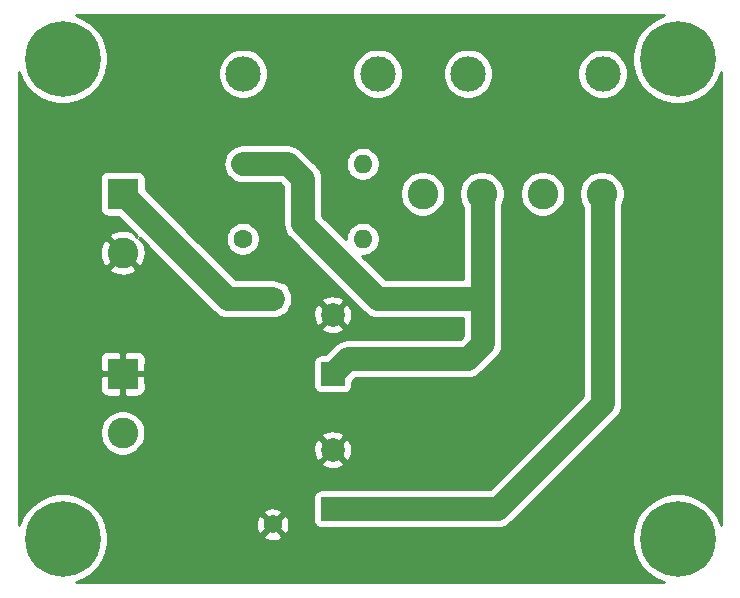
<source format=gbl>
G04 #@! TF.GenerationSoftware,KiCad,Pcbnew,(5.1.9-0-10_14)*
G04 #@! TF.CreationDate,2021-05-14T14:16:07+02:00*
G04 #@! TF.ProjectId,PreAmp_SMPS_Filter,50726541-6d70-45f5-934d-50535f46696c,1.0*
G04 #@! TF.SameCoordinates,Original*
G04 #@! TF.FileFunction,Copper,L2,Bot*
G04 #@! TF.FilePolarity,Positive*
%FSLAX46Y46*%
G04 Gerber Fmt 4.6, Leading zero omitted, Abs format (unit mm)*
G04 Created by KiCad (PCBNEW (5.1.9-0-10_14)) date 2021-05-14 14:16:07*
%MOMM*%
%LPD*%
G01*
G04 APERTURE LIST*
G04 #@! TA.AperFunction,ComponentPad*
%ADD10C,2.000000*%
G04 #@! TD*
G04 #@! TA.AperFunction,ComponentPad*
%ADD11R,2.000000X2.000000*%
G04 #@! TD*
G04 #@! TA.AperFunction,ComponentPad*
%ADD12C,6.400000*%
G04 #@! TD*
G04 #@! TA.AperFunction,ComponentPad*
%ADD13C,0.800000*%
G04 #@! TD*
G04 #@! TA.AperFunction,ComponentPad*
%ADD14C,2.600000*%
G04 #@! TD*
G04 #@! TA.AperFunction,ComponentPad*
%ADD15R,2.600000X2.600000*%
G04 #@! TD*
G04 #@! TA.AperFunction,ComponentPad*
%ADD16R,1.575000X1.575000*%
G04 #@! TD*
G04 #@! TA.AperFunction,ComponentPad*
%ADD17C,1.575000*%
G04 #@! TD*
G04 #@! TA.AperFunction,ComponentPad*
%ADD18C,3.000000*%
G04 #@! TD*
G04 #@! TA.AperFunction,ComponentPad*
%ADD19O,3.000000X3.000000*%
G04 #@! TD*
G04 #@! TA.AperFunction,ComponentPad*
%ADD20C,1.600000*%
G04 #@! TD*
G04 #@! TA.AperFunction,ComponentPad*
%ADD21O,1.600000X1.600000*%
G04 #@! TD*
G04 #@! TA.AperFunction,ViaPad*
%ADD22C,1.600000*%
G04 #@! TD*
G04 #@! TA.AperFunction,Conductor*
%ADD23C,2.000000*%
G04 #@! TD*
G04 #@! TA.AperFunction,Conductor*
%ADD24C,0.254000*%
G04 #@! TD*
G04 #@! TA.AperFunction,Conductor*
%ADD25C,0.150000*%
G04 #@! TD*
G04 APERTURE END LIST*
D10*
X81280000Y-71200000D03*
D11*
X81280000Y-76200000D03*
D10*
X81280000Y-59770000D03*
D11*
X81280000Y-64770000D03*
D12*
X110490000Y-38100000D03*
D13*
X112890000Y-38100000D03*
X112187056Y-39797056D03*
X110490000Y-40500000D03*
X108792944Y-39797056D03*
X108090000Y-38100000D03*
X108792944Y-36402944D03*
X110490000Y-35700000D03*
X112187056Y-36402944D03*
D12*
X58420000Y-38100000D03*
D13*
X60820000Y-38100000D03*
X60117056Y-39797056D03*
X58420000Y-40500000D03*
X56722944Y-39797056D03*
X56020000Y-38100000D03*
X56722944Y-36402944D03*
X58420000Y-35700000D03*
X60117056Y-36402944D03*
D12*
X58420000Y-78740000D03*
D13*
X60820000Y-78740000D03*
X60117056Y-80437056D03*
X58420000Y-81140000D03*
X56722944Y-80437056D03*
X56020000Y-78740000D03*
X56722944Y-77042944D03*
X58420000Y-76340000D03*
X60117056Y-77042944D03*
X112187056Y-77042944D03*
X110490000Y-76340000D03*
X108792944Y-77042944D03*
X108090000Y-78740000D03*
X108792944Y-80437056D03*
X110490000Y-81140000D03*
X112187056Y-80437056D03*
X112890000Y-78740000D03*
D12*
X110490000Y-78740000D03*
D14*
X104060000Y-49530000D03*
X99060000Y-49530000D03*
D15*
X63500000Y-49530000D03*
D14*
X63500000Y-54530000D03*
D16*
X76200000Y-58420000D03*
D17*
X76200000Y-77520000D03*
D14*
X63500000Y-69770000D03*
D15*
X63500000Y-64770000D03*
D14*
X88900000Y-49530000D03*
X93900000Y-49530000D03*
D18*
X85090000Y-39370000D03*
D19*
X73690000Y-39370000D03*
D20*
X73660000Y-46990000D03*
D21*
X83820000Y-46990000D03*
D19*
X92740000Y-39370000D03*
D18*
X104140000Y-39370000D03*
D21*
X83820000Y-53340000D03*
D20*
X73660000Y-53340000D03*
D22*
X104140000Y-67310000D03*
D23*
X85090000Y-58420000D02*
X93980000Y-58420000D01*
X78740000Y-48260000D02*
X78740000Y-52070000D01*
X78740000Y-52070000D02*
X85090000Y-58420000D01*
X77470000Y-46990000D02*
X78740000Y-48260000D01*
X73660000Y-46990000D02*
X77470000Y-46990000D01*
X93980000Y-49690000D02*
X93980000Y-62230000D01*
X93900000Y-49610000D02*
X93980000Y-49690000D01*
X93980000Y-62230000D02*
X92710000Y-63500000D01*
X93900000Y-49530000D02*
X93900000Y-49610000D01*
X82550000Y-63500000D02*
X81280000Y-64770000D01*
X92710000Y-63500000D02*
X82550000Y-63500000D01*
X95250000Y-76200000D02*
X81280000Y-76200000D01*
X104140000Y-67310000D02*
X95250000Y-76200000D01*
X104140000Y-49610000D02*
X104140000Y-67310000D01*
X104060000Y-49530000D02*
X104140000Y-49610000D01*
X63500000Y-49530000D02*
X72390000Y-58420000D01*
X72390000Y-58420000D02*
X76200000Y-58420000D01*
D24*
X108673446Y-34701467D02*
X108045330Y-35121161D01*
X107511161Y-35655330D01*
X107091467Y-36283446D01*
X106802377Y-36981372D01*
X106655000Y-37722285D01*
X106655000Y-38477715D01*
X106802377Y-39218628D01*
X107091467Y-39916554D01*
X107511161Y-40544670D01*
X108045330Y-41078839D01*
X108673446Y-41498533D01*
X109371372Y-41787623D01*
X110112285Y-41935000D01*
X110867715Y-41935000D01*
X111608628Y-41787623D01*
X112306554Y-41498533D01*
X112934670Y-41078839D01*
X113468839Y-40544670D01*
X113888533Y-39916554D01*
X114173000Y-39229789D01*
X114173000Y-77610211D01*
X113888533Y-76923446D01*
X113468839Y-76295330D01*
X112934670Y-75761161D01*
X112306554Y-75341467D01*
X111608628Y-75052377D01*
X110867715Y-74905000D01*
X110112285Y-74905000D01*
X109371372Y-75052377D01*
X108673446Y-75341467D01*
X108045330Y-75761161D01*
X107511161Y-76295330D01*
X107091467Y-76923446D01*
X106802377Y-77621372D01*
X106655000Y-78362285D01*
X106655000Y-79117715D01*
X106802377Y-79858628D01*
X107091467Y-80556554D01*
X107511161Y-81184670D01*
X108045330Y-81718839D01*
X108673446Y-82138533D01*
X109360211Y-82423000D01*
X59549789Y-82423000D01*
X60236554Y-82138533D01*
X60864670Y-81718839D01*
X61398839Y-81184670D01*
X61818533Y-80556554D01*
X62107623Y-79858628D01*
X62255000Y-79117715D01*
X62255000Y-78503776D01*
X75395829Y-78503776D01*
X75465898Y-78746470D01*
X75719276Y-78866121D01*
X75991128Y-78934040D01*
X76271008Y-78947619D01*
X76548157Y-78906334D01*
X76811928Y-78811774D01*
X76934102Y-78746470D01*
X77004171Y-78503776D01*
X76200000Y-77699605D01*
X75395829Y-78503776D01*
X62255000Y-78503776D01*
X62255000Y-78362285D01*
X62107623Y-77621372D01*
X62095046Y-77591008D01*
X74772381Y-77591008D01*
X74813666Y-77868157D01*
X74908226Y-78131928D01*
X74973530Y-78254102D01*
X75216224Y-78324171D01*
X76020395Y-77520000D01*
X76379605Y-77520000D01*
X77183776Y-78324171D01*
X77426470Y-78254102D01*
X77546121Y-78000724D01*
X77614040Y-77728872D01*
X77627619Y-77448992D01*
X77586334Y-77171843D01*
X77491774Y-76908072D01*
X77426470Y-76785898D01*
X77183776Y-76715829D01*
X76379605Y-77520000D01*
X76020395Y-77520000D01*
X75216224Y-76715829D01*
X74973530Y-76785898D01*
X74853879Y-77039276D01*
X74785960Y-77311128D01*
X74772381Y-77591008D01*
X62095046Y-77591008D01*
X61818533Y-76923446D01*
X61559800Y-76536224D01*
X75395829Y-76536224D01*
X76200000Y-77340395D01*
X77004171Y-76536224D01*
X76934102Y-76293530D01*
X76736039Y-76200000D01*
X79637089Y-76200000D01*
X79641928Y-76249131D01*
X79641928Y-77200000D01*
X79654188Y-77324482D01*
X79690498Y-77444180D01*
X79749463Y-77554494D01*
X79828815Y-77651185D01*
X79925506Y-77730537D01*
X80035820Y-77789502D01*
X80155518Y-77825812D01*
X80280000Y-77838072D01*
X82280000Y-77838072D01*
X82311192Y-77835000D01*
X95169681Y-77835000D01*
X95250000Y-77842911D01*
X95330319Y-77835000D01*
X95330322Y-77835000D01*
X95570516Y-77811343D01*
X95878715Y-77717852D01*
X96162752Y-77566031D01*
X96411714Y-77361714D01*
X96462925Y-77299313D01*
X105239324Y-68522916D01*
X105301714Y-68471714D01*
X105506031Y-68222752D01*
X105657852Y-67938715D01*
X105689314Y-67835000D01*
X105751343Y-67630517D01*
X105782911Y-67310000D01*
X105775000Y-67229678D01*
X105775000Y-50446023D01*
X105920639Y-50094419D01*
X105995000Y-49720581D01*
X105995000Y-49339419D01*
X105920639Y-48965581D01*
X105774775Y-48613434D01*
X105563013Y-48296509D01*
X105293491Y-48026987D01*
X104976566Y-47815225D01*
X104624419Y-47669361D01*
X104250581Y-47595000D01*
X103869419Y-47595000D01*
X103495581Y-47669361D01*
X103143434Y-47815225D01*
X102826509Y-48026987D01*
X102556987Y-48296509D01*
X102345225Y-48613434D01*
X102199361Y-48965581D01*
X102125000Y-49339419D01*
X102125000Y-49720581D01*
X102199361Y-50094419D01*
X102345225Y-50446566D01*
X102505000Y-50685687D01*
X102505001Y-66632759D01*
X94572762Y-74565000D01*
X82311192Y-74565000D01*
X82280000Y-74561928D01*
X80280000Y-74561928D01*
X80155518Y-74574188D01*
X80035820Y-74610498D01*
X79925506Y-74669463D01*
X79828815Y-74748815D01*
X79749463Y-74845506D01*
X79690498Y-74955820D01*
X79654188Y-75075518D01*
X79641928Y-75200000D01*
X79641928Y-76150869D01*
X79637089Y-76200000D01*
X76736039Y-76200000D01*
X76680724Y-76173879D01*
X76408872Y-76105960D01*
X76128992Y-76092381D01*
X75851843Y-76133666D01*
X75588072Y-76228226D01*
X75465898Y-76293530D01*
X75395829Y-76536224D01*
X61559800Y-76536224D01*
X61398839Y-76295330D01*
X60864670Y-75761161D01*
X60236554Y-75341467D01*
X59538628Y-75052377D01*
X58797715Y-74905000D01*
X58042285Y-74905000D01*
X57301372Y-75052377D01*
X56603446Y-75341467D01*
X55975330Y-75761161D01*
X55441161Y-76295330D01*
X55021467Y-76923446D01*
X54737000Y-77610211D01*
X54737000Y-72335413D01*
X80324192Y-72335413D01*
X80419956Y-72599814D01*
X80709571Y-72740704D01*
X81021108Y-72822384D01*
X81342595Y-72841718D01*
X81661675Y-72797961D01*
X81966088Y-72692795D01*
X82140044Y-72599814D01*
X82235808Y-72335413D01*
X81280000Y-71379605D01*
X80324192Y-72335413D01*
X54737000Y-72335413D01*
X54737000Y-69579419D01*
X61565000Y-69579419D01*
X61565000Y-69960581D01*
X61639361Y-70334419D01*
X61785225Y-70686566D01*
X61996987Y-71003491D01*
X62266509Y-71273013D01*
X62583434Y-71484775D01*
X62935581Y-71630639D01*
X63309419Y-71705000D01*
X63690581Y-71705000D01*
X64064419Y-71630639D01*
X64416566Y-71484775D01*
X64733491Y-71273013D01*
X64743909Y-71262595D01*
X79638282Y-71262595D01*
X79682039Y-71581675D01*
X79787205Y-71886088D01*
X79880186Y-72060044D01*
X80144587Y-72155808D01*
X81100395Y-71200000D01*
X81459605Y-71200000D01*
X82415413Y-72155808D01*
X82679814Y-72060044D01*
X82820704Y-71770429D01*
X82902384Y-71458892D01*
X82921718Y-71137405D01*
X82877961Y-70818325D01*
X82772795Y-70513912D01*
X82679814Y-70339956D01*
X82415413Y-70244192D01*
X81459605Y-71200000D01*
X81100395Y-71200000D01*
X80144587Y-70244192D01*
X79880186Y-70339956D01*
X79739296Y-70629571D01*
X79657616Y-70941108D01*
X79638282Y-71262595D01*
X64743909Y-71262595D01*
X65003013Y-71003491D01*
X65214775Y-70686566D01*
X65360639Y-70334419D01*
X65414311Y-70064587D01*
X80324192Y-70064587D01*
X81280000Y-71020395D01*
X82235808Y-70064587D01*
X82140044Y-69800186D01*
X81850429Y-69659296D01*
X81538892Y-69577616D01*
X81217405Y-69558282D01*
X80898325Y-69602039D01*
X80593912Y-69707205D01*
X80419956Y-69800186D01*
X80324192Y-70064587D01*
X65414311Y-70064587D01*
X65435000Y-69960581D01*
X65435000Y-69579419D01*
X65360639Y-69205581D01*
X65214775Y-68853434D01*
X65003013Y-68536509D01*
X64733491Y-68266987D01*
X64416566Y-68055225D01*
X64064419Y-67909361D01*
X63690581Y-67835000D01*
X63309419Y-67835000D01*
X62935581Y-67909361D01*
X62583434Y-68055225D01*
X62266509Y-68266987D01*
X61996987Y-68536509D01*
X61785225Y-68853434D01*
X61639361Y-69205581D01*
X61565000Y-69579419D01*
X54737000Y-69579419D01*
X54737000Y-66070000D01*
X61561928Y-66070000D01*
X61574188Y-66194482D01*
X61610498Y-66314180D01*
X61669463Y-66424494D01*
X61748815Y-66521185D01*
X61845506Y-66600537D01*
X61955820Y-66659502D01*
X62075518Y-66695812D01*
X62200000Y-66708072D01*
X63214250Y-66705000D01*
X63373000Y-66546250D01*
X63373000Y-64897000D01*
X63627000Y-64897000D01*
X63627000Y-66546250D01*
X63785750Y-66705000D01*
X64800000Y-66708072D01*
X64924482Y-66695812D01*
X65044180Y-66659502D01*
X65154494Y-66600537D01*
X65251185Y-66521185D01*
X65330537Y-66424494D01*
X65389502Y-66314180D01*
X65425812Y-66194482D01*
X65438072Y-66070000D01*
X65435000Y-65055750D01*
X65276250Y-64897000D01*
X63627000Y-64897000D01*
X63373000Y-64897000D01*
X61723750Y-64897000D01*
X61565000Y-65055750D01*
X61561928Y-66070000D01*
X54737000Y-66070000D01*
X54737000Y-63470000D01*
X61561928Y-63470000D01*
X61565000Y-64484250D01*
X61723750Y-64643000D01*
X63373000Y-64643000D01*
X63373000Y-62993750D01*
X63627000Y-62993750D01*
X63627000Y-64643000D01*
X65276250Y-64643000D01*
X65435000Y-64484250D01*
X65438072Y-63470000D01*
X65425812Y-63345518D01*
X65389502Y-63225820D01*
X65330537Y-63115506D01*
X65251185Y-63018815D01*
X65154494Y-62939463D01*
X65044180Y-62880498D01*
X64924482Y-62844188D01*
X64800000Y-62831928D01*
X63785750Y-62835000D01*
X63627000Y-62993750D01*
X63373000Y-62993750D01*
X63214250Y-62835000D01*
X62200000Y-62831928D01*
X62075518Y-62844188D01*
X61955820Y-62880498D01*
X61845506Y-62939463D01*
X61748815Y-63018815D01*
X61669463Y-63115506D01*
X61610498Y-63225820D01*
X61574188Y-63345518D01*
X61561928Y-63470000D01*
X54737000Y-63470000D01*
X54737000Y-60905413D01*
X80324192Y-60905413D01*
X80419956Y-61169814D01*
X80709571Y-61310704D01*
X81021108Y-61392384D01*
X81342595Y-61411718D01*
X81661675Y-61367961D01*
X81966088Y-61262795D01*
X82140044Y-61169814D01*
X82235808Y-60905413D01*
X81280000Y-59949605D01*
X80324192Y-60905413D01*
X54737000Y-60905413D01*
X54737000Y-55879224D01*
X62330381Y-55879224D01*
X62462317Y-56174312D01*
X62803045Y-56345159D01*
X63170557Y-56446250D01*
X63550729Y-56473701D01*
X63928951Y-56426457D01*
X64290690Y-56306333D01*
X64537683Y-56174312D01*
X64669619Y-55879224D01*
X63500000Y-54709605D01*
X62330381Y-55879224D01*
X54737000Y-55879224D01*
X54737000Y-54580729D01*
X61556299Y-54580729D01*
X61603543Y-54958951D01*
X61723667Y-55320690D01*
X61855688Y-55567683D01*
X62150776Y-55699619D01*
X63320395Y-54530000D01*
X62150776Y-53360381D01*
X61855688Y-53492317D01*
X61684841Y-53833045D01*
X61583750Y-54200557D01*
X61556299Y-54580729D01*
X54737000Y-54580729D01*
X54737000Y-48230000D01*
X61561928Y-48230000D01*
X61561928Y-50830000D01*
X61574188Y-50954482D01*
X61610498Y-51074180D01*
X61669463Y-51184494D01*
X61748815Y-51281185D01*
X61845506Y-51360537D01*
X61955820Y-51419502D01*
X62075518Y-51455812D01*
X62200000Y-51468072D01*
X63125834Y-51468072D01*
X64754077Y-53096315D01*
X64669618Y-53180774D01*
X64537683Y-52885688D01*
X64196955Y-52714841D01*
X63829443Y-52613750D01*
X63449271Y-52586299D01*
X63071049Y-52633543D01*
X62709310Y-52753667D01*
X62462317Y-52885688D01*
X62330381Y-53180776D01*
X63500000Y-54350395D01*
X63514143Y-54336253D01*
X63693748Y-54515858D01*
X63679605Y-54530000D01*
X64849224Y-55699619D01*
X65144312Y-55567683D01*
X65315159Y-55226955D01*
X65416250Y-54859443D01*
X65443701Y-54479271D01*
X65396457Y-54101049D01*
X65276333Y-53739310D01*
X65144312Y-53492317D01*
X64849226Y-53360382D01*
X64933685Y-53275923D01*
X71177084Y-59519324D01*
X71228286Y-59581714D01*
X71477248Y-59786031D01*
X71761283Y-59937851D01*
X71761285Y-59937852D01*
X72069483Y-60031343D01*
X72390000Y-60062911D01*
X72470322Y-60055000D01*
X76280322Y-60055000D01*
X76520516Y-60031343D01*
X76828715Y-59937852D01*
X77004489Y-59843899D01*
X77111982Y-59833312D01*
X77114345Y-59832595D01*
X79638282Y-59832595D01*
X79682039Y-60151675D01*
X79787205Y-60456088D01*
X79880186Y-60630044D01*
X80144587Y-60725808D01*
X81100395Y-59770000D01*
X81459605Y-59770000D01*
X82415413Y-60725808D01*
X82679814Y-60630044D01*
X82820704Y-60340429D01*
X82902384Y-60028892D01*
X82921718Y-59707405D01*
X82877961Y-59388325D01*
X82772795Y-59083912D01*
X82679814Y-58909956D01*
X82415413Y-58814192D01*
X81459605Y-59770000D01*
X81100395Y-59770000D01*
X80144587Y-58814192D01*
X79880186Y-58909956D01*
X79739296Y-59199571D01*
X79657616Y-59511108D01*
X79638282Y-59832595D01*
X77114345Y-59832595D01*
X77231680Y-59797002D01*
X77341994Y-59738037D01*
X77438685Y-59658685D01*
X77518037Y-59561994D01*
X77577002Y-59451680D01*
X77613312Y-59331982D01*
X77623899Y-59224489D01*
X77717852Y-59048715D01*
X77811343Y-58740516D01*
X77821776Y-58634587D01*
X80324192Y-58634587D01*
X81280000Y-59590395D01*
X82235808Y-58634587D01*
X82140044Y-58370186D01*
X81850429Y-58229296D01*
X81538892Y-58147616D01*
X81217405Y-58128282D01*
X80898325Y-58172039D01*
X80593912Y-58277205D01*
X80419956Y-58370186D01*
X80324192Y-58634587D01*
X77821776Y-58634587D01*
X77842911Y-58420000D01*
X77811343Y-58099484D01*
X77717852Y-57791285D01*
X77623899Y-57615511D01*
X77613312Y-57508018D01*
X77577002Y-57388320D01*
X77518037Y-57278006D01*
X77438685Y-57181315D01*
X77341994Y-57101963D01*
X77231680Y-57042998D01*
X77111982Y-57006688D01*
X77004489Y-56996101D01*
X76828715Y-56902148D01*
X76520516Y-56808657D01*
X76280322Y-56785000D01*
X73067240Y-56785000D01*
X69480905Y-53198665D01*
X72225000Y-53198665D01*
X72225000Y-53481335D01*
X72280147Y-53758574D01*
X72388320Y-54019727D01*
X72545363Y-54254759D01*
X72745241Y-54454637D01*
X72980273Y-54611680D01*
X73241426Y-54719853D01*
X73518665Y-54775000D01*
X73801335Y-54775000D01*
X74078574Y-54719853D01*
X74339727Y-54611680D01*
X74574759Y-54454637D01*
X74774637Y-54254759D01*
X74931680Y-54019727D01*
X75039853Y-53758574D01*
X75095000Y-53481335D01*
X75095000Y-53198665D01*
X75039853Y-52921426D01*
X74931680Y-52660273D01*
X74774637Y-52425241D01*
X74574759Y-52225363D01*
X74339727Y-52068320D01*
X74078574Y-51960147D01*
X73801335Y-51905000D01*
X73518665Y-51905000D01*
X73241426Y-51960147D01*
X72980273Y-52068320D01*
X72745241Y-52225363D01*
X72545363Y-52425241D01*
X72388320Y-52660273D01*
X72280147Y-52921426D01*
X72225000Y-53198665D01*
X69480905Y-53198665D01*
X65438072Y-49155834D01*
X65438072Y-48230000D01*
X65425812Y-48105518D01*
X65389502Y-47985820D01*
X65330537Y-47875506D01*
X65251185Y-47778815D01*
X65154494Y-47699463D01*
X65044180Y-47640498D01*
X64924482Y-47604188D01*
X64800000Y-47591928D01*
X62200000Y-47591928D01*
X62075518Y-47604188D01*
X61955820Y-47640498D01*
X61845506Y-47699463D01*
X61748815Y-47778815D01*
X61669463Y-47875506D01*
X61610498Y-47985820D01*
X61574188Y-48105518D01*
X61561928Y-48230000D01*
X54737000Y-48230000D01*
X54737000Y-46990000D01*
X72017089Y-46990000D01*
X72048657Y-47310516D01*
X72142148Y-47618715D01*
X72293969Y-47902752D01*
X72498286Y-48151714D01*
X72747248Y-48356031D01*
X73031285Y-48507852D01*
X73339484Y-48601343D01*
X73579678Y-48625000D01*
X76792762Y-48625000D01*
X77105000Y-48937239D01*
X77105001Y-51989671D01*
X77097089Y-52070000D01*
X77128658Y-52390516D01*
X77222148Y-52698714D01*
X77373970Y-52982752D01*
X77578287Y-53231714D01*
X77640682Y-53282920D01*
X83877080Y-59519319D01*
X83928286Y-59581714D01*
X84177248Y-59786031D01*
X84461285Y-59937852D01*
X84769484Y-60031343D01*
X85009678Y-60055000D01*
X85009680Y-60055000D01*
X85089999Y-60062911D01*
X85170319Y-60055000D01*
X92345001Y-60055000D01*
X92345001Y-61552760D01*
X92032762Y-61865000D01*
X82630319Y-61865000D01*
X82549999Y-61857089D01*
X82469680Y-61865000D01*
X82469678Y-61865000D01*
X82229484Y-61888657D01*
X81921285Y-61982148D01*
X81637248Y-62133969D01*
X81388286Y-62338286D01*
X81337079Y-62400682D01*
X80605834Y-63131928D01*
X80280000Y-63131928D01*
X80155518Y-63144188D01*
X80035820Y-63180498D01*
X79925506Y-63239463D01*
X79828815Y-63318815D01*
X79749463Y-63415506D01*
X79690498Y-63525820D01*
X79654188Y-63645518D01*
X79641928Y-63770000D01*
X79641928Y-64720870D01*
X79637089Y-64770000D01*
X79641928Y-64819130D01*
X79641928Y-65770000D01*
X79654188Y-65894482D01*
X79690498Y-66014180D01*
X79749463Y-66124494D01*
X79828815Y-66221185D01*
X79925506Y-66300537D01*
X80035820Y-66359502D01*
X80155518Y-66395812D01*
X80280000Y-66408072D01*
X81230870Y-66408072D01*
X81280000Y-66412911D01*
X81329130Y-66408072D01*
X82280000Y-66408072D01*
X82404482Y-66395812D01*
X82524180Y-66359502D01*
X82634494Y-66300537D01*
X82731185Y-66221185D01*
X82810537Y-66124494D01*
X82869502Y-66014180D01*
X82905812Y-65894482D01*
X82918072Y-65770000D01*
X82918072Y-65444166D01*
X83227239Y-65135000D01*
X92629681Y-65135000D01*
X92710000Y-65142911D01*
X92790319Y-65135000D01*
X92790322Y-65135000D01*
X93030516Y-65111343D01*
X93338715Y-65017852D01*
X93622752Y-64866031D01*
X93871714Y-64661714D01*
X93922924Y-64599314D01*
X95079318Y-63442921D01*
X95141714Y-63391714D01*
X95346031Y-63142752D01*
X95497852Y-62858715D01*
X95591343Y-62550516D01*
X95615000Y-62310322D01*
X95615000Y-62310320D01*
X95622911Y-62230001D01*
X95615000Y-62149681D01*
X95615000Y-58500322D01*
X95622911Y-58420000D01*
X95615000Y-58339678D01*
X95615000Y-50446023D01*
X95760639Y-50094419D01*
X95835000Y-49720581D01*
X95835000Y-49339419D01*
X97125000Y-49339419D01*
X97125000Y-49720581D01*
X97199361Y-50094419D01*
X97345225Y-50446566D01*
X97556987Y-50763491D01*
X97826509Y-51033013D01*
X98143434Y-51244775D01*
X98495581Y-51390639D01*
X98869419Y-51465000D01*
X99250581Y-51465000D01*
X99624419Y-51390639D01*
X99976566Y-51244775D01*
X100293491Y-51033013D01*
X100563013Y-50763491D01*
X100774775Y-50446566D01*
X100920639Y-50094419D01*
X100995000Y-49720581D01*
X100995000Y-49339419D01*
X100920639Y-48965581D01*
X100774775Y-48613434D01*
X100563013Y-48296509D01*
X100293491Y-48026987D01*
X99976566Y-47815225D01*
X99624419Y-47669361D01*
X99250581Y-47595000D01*
X98869419Y-47595000D01*
X98495581Y-47669361D01*
X98143434Y-47815225D01*
X97826509Y-48026987D01*
X97556987Y-48296509D01*
X97345225Y-48613434D01*
X97199361Y-48965581D01*
X97125000Y-49339419D01*
X95835000Y-49339419D01*
X95760639Y-48965581D01*
X95614775Y-48613434D01*
X95403013Y-48296509D01*
X95133491Y-48026987D01*
X94816566Y-47815225D01*
X94464419Y-47669361D01*
X94090581Y-47595000D01*
X93709419Y-47595000D01*
X93335581Y-47669361D01*
X92983434Y-47815225D01*
X92666509Y-48026987D01*
X92396987Y-48296509D01*
X92185225Y-48613434D01*
X92039361Y-48965581D01*
X91965000Y-49339419D01*
X91965000Y-49720581D01*
X92039361Y-50094419D01*
X92185225Y-50446566D01*
X92345000Y-50685687D01*
X92345001Y-56785000D01*
X85767239Y-56785000D01*
X83757239Y-54775000D01*
X83961335Y-54775000D01*
X84238574Y-54719853D01*
X84499727Y-54611680D01*
X84734759Y-54454637D01*
X84934637Y-54254759D01*
X85091680Y-54019727D01*
X85199853Y-53758574D01*
X85255000Y-53481335D01*
X85255000Y-53198665D01*
X85199853Y-52921426D01*
X85091680Y-52660273D01*
X84934637Y-52425241D01*
X84734759Y-52225363D01*
X84499727Y-52068320D01*
X84238574Y-51960147D01*
X83961335Y-51905000D01*
X83678665Y-51905000D01*
X83401426Y-51960147D01*
X83140273Y-52068320D01*
X82905241Y-52225363D01*
X82705363Y-52425241D01*
X82548320Y-52660273D01*
X82440147Y-52921426D01*
X82385000Y-53198665D01*
X82385000Y-53402762D01*
X80375000Y-51392762D01*
X80375000Y-49339419D01*
X86965000Y-49339419D01*
X86965000Y-49720581D01*
X87039361Y-50094419D01*
X87185225Y-50446566D01*
X87396987Y-50763491D01*
X87666509Y-51033013D01*
X87983434Y-51244775D01*
X88335581Y-51390639D01*
X88709419Y-51465000D01*
X89090581Y-51465000D01*
X89464419Y-51390639D01*
X89816566Y-51244775D01*
X90133491Y-51033013D01*
X90403013Y-50763491D01*
X90614775Y-50446566D01*
X90760639Y-50094419D01*
X90835000Y-49720581D01*
X90835000Y-49339419D01*
X90760639Y-48965581D01*
X90614775Y-48613434D01*
X90403013Y-48296509D01*
X90133491Y-48026987D01*
X89816566Y-47815225D01*
X89464419Y-47669361D01*
X89090581Y-47595000D01*
X88709419Y-47595000D01*
X88335581Y-47669361D01*
X87983434Y-47815225D01*
X87666509Y-48026987D01*
X87396987Y-48296509D01*
X87185225Y-48613434D01*
X87039361Y-48965581D01*
X86965000Y-49339419D01*
X80375000Y-49339419D01*
X80375000Y-48340319D01*
X80382911Y-48259999D01*
X80366379Y-48092148D01*
X80351343Y-47939484D01*
X80257852Y-47631285D01*
X80106031Y-47347248D01*
X79901714Y-47098286D01*
X79839319Y-47047081D01*
X79640903Y-46848665D01*
X82385000Y-46848665D01*
X82385000Y-47131335D01*
X82440147Y-47408574D01*
X82548320Y-47669727D01*
X82705363Y-47904759D01*
X82905241Y-48104637D01*
X83140273Y-48261680D01*
X83401426Y-48369853D01*
X83678665Y-48425000D01*
X83961335Y-48425000D01*
X84238574Y-48369853D01*
X84499727Y-48261680D01*
X84734759Y-48104637D01*
X84934637Y-47904759D01*
X85091680Y-47669727D01*
X85199853Y-47408574D01*
X85255000Y-47131335D01*
X85255000Y-46848665D01*
X85199853Y-46571426D01*
X85091680Y-46310273D01*
X84934637Y-46075241D01*
X84734759Y-45875363D01*
X84499727Y-45718320D01*
X84238574Y-45610147D01*
X83961335Y-45555000D01*
X83678665Y-45555000D01*
X83401426Y-45610147D01*
X83140273Y-45718320D01*
X82905241Y-45875363D01*
X82705363Y-46075241D01*
X82548320Y-46310273D01*
X82440147Y-46571426D01*
X82385000Y-46848665D01*
X79640903Y-46848665D01*
X78682924Y-45890686D01*
X78631714Y-45828286D01*
X78382752Y-45623969D01*
X78098715Y-45472148D01*
X77790516Y-45378657D01*
X77550322Y-45355000D01*
X77550319Y-45355000D01*
X77470000Y-45347089D01*
X77389681Y-45355000D01*
X73579678Y-45355000D01*
X73339484Y-45378657D01*
X73031285Y-45472148D01*
X72747248Y-45623969D01*
X72498286Y-45828286D01*
X72293969Y-46077248D01*
X72142148Y-46361285D01*
X72048657Y-46669484D01*
X72017089Y-46990000D01*
X54737000Y-46990000D01*
X54737000Y-39229789D01*
X55021467Y-39916554D01*
X55441161Y-40544670D01*
X55975330Y-41078839D01*
X56603446Y-41498533D01*
X57301372Y-41787623D01*
X58042285Y-41935000D01*
X58797715Y-41935000D01*
X59538628Y-41787623D01*
X60236554Y-41498533D01*
X60864670Y-41078839D01*
X61398839Y-40544670D01*
X61818533Y-39916554D01*
X62107623Y-39218628D01*
X62119340Y-39159721D01*
X71555000Y-39159721D01*
X71555000Y-39580279D01*
X71637047Y-39992756D01*
X71797988Y-40381302D01*
X72031637Y-40730983D01*
X72329017Y-41028363D01*
X72678698Y-41262012D01*
X73067244Y-41422953D01*
X73479721Y-41505000D01*
X73900279Y-41505000D01*
X74312756Y-41422953D01*
X74701302Y-41262012D01*
X75050983Y-41028363D01*
X75348363Y-40730983D01*
X75582012Y-40381302D01*
X75742953Y-39992756D01*
X75825000Y-39580279D01*
X75825000Y-39159721D01*
X82955000Y-39159721D01*
X82955000Y-39580279D01*
X83037047Y-39992756D01*
X83197988Y-40381302D01*
X83431637Y-40730983D01*
X83729017Y-41028363D01*
X84078698Y-41262012D01*
X84467244Y-41422953D01*
X84879721Y-41505000D01*
X85300279Y-41505000D01*
X85712756Y-41422953D01*
X86101302Y-41262012D01*
X86450983Y-41028363D01*
X86748363Y-40730983D01*
X86982012Y-40381302D01*
X87142953Y-39992756D01*
X87225000Y-39580279D01*
X87225000Y-39159721D01*
X90605000Y-39159721D01*
X90605000Y-39580279D01*
X90687047Y-39992756D01*
X90847988Y-40381302D01*
X91081637Y-40730983D01*
X91379017Y-41028363D01*
X91728698Y-41262012D01*
X92117244Y-41422953D01*
X92529721Y-41505000D01*
X92950279Y-41505000D01*
X93362756Y-41422953D01*
X93751302Y-41262012D01*
X94100983Y-41028363D01*
X94398363Y-40730983D01*
X94632012Y-40381302D01*
X94792953Y-39992756D01*
X94875000Y-39580279D01*
X94875000Y-39159721D01*
X102005000Y-39159721D01*
X102005000Y-39580279D01*
X102087047Y-39992756D01*
X102247988Y-40381302D01*
X102481637Y-40730983D01*
X102779017Y-41028363D01*
X103128698Y-41262012D01*
X103517244Y-41422953D01*
X103929721Y-41505000D01*
X104350279Y-41505000D01*
X104762756Y-41422953D01*
X105151302Y-41262012D01*
X105500983Y-41028363D01*
X105798363Y-40730983D01*
X106032012Y-40381302D01*
X106192953Y-39992756D01*
X106275000Y-39580279D01*
X106275000Y-39159721D01*
X106192953Y-38747244D01*
X106032012Y-38358698D01*
X105798363Y-38009017D01*
X105500983Y-37711637D01*
X105151302Y-37477988D01*
X104762756Y-37317047D01*
X104350279Y-37235000D01*
X103929721Y-37235000D01*
X103517244Y-37317047D01*
X103128698Y-37477988D01*
X102779017Y-37711637D01*
X102481637Y-38009017D01*
X102247988Y-38358698D01*
X102087047Y-38747244D01*
X102005000Y-39159721D01*
X94875000Y-39159721D01*
X94792953Y-38747244D01*
X94632012Y-38358698D01*
X94398363Y-38009017D01*
X94100983Y-37711637D01*
X93751302Y-37477988D01*
X93362756Y-37317047D01*
X92950279Y-37235000D01*
X92529721Y-37235000D01*
X92117244Y-37317047D01*
X91728698Y-37477988D01*
X91379017Y-37711637D01*
X91081637Y-38009017D01*
X90847988Y-38358698D01*
X90687047Y-38747244D01*
X90605000Y-39159721D01*
X87225000Y-39159721D01*
X87142953Y-38747244D01*
X86982012Y-38358698D01*
X86748363Y-38009017D01*
X86450983Y-37711637D01*
X86101302Y-37477988D01*
X85712756Y-37317047D01*
X85300279Y-37235000D01*
X84879721Y-37235000D01*
X84467244Y-37317047D01*
X84078698Y-37477988D01*
X83729017Y-37711637D01*
X83431637Y-38009017D01*
X83197988Y-38358698D01*
X83037047Y-38747244D01*
X82955000Y-39159721D01*
X75825000Y-39159721D01*
X75742953Y-38747244D01*
X75582012Y-38358698D01*
X75348363Y-38009017D01*
X75050983Y-37711637D01*
X74701302Y-37477988D01*
X74312756Y-37317047D01*
X73900279Y-37235000D01*
X73479721Y-37235000D01*
X73067244Y-37317047D01*
X72678698Y-37477988D01*
X72329017Y-37711637D01*
X72031637Y-38009017D01*
X71797988Y-38358698D01*
X71637047Y-38747244D01*
X71555000Y-39159721D01*
X62119340Y-39159721D01*
X62255000Y-38477715D01*
X62255000Y-37722285D01*
X62107623Y-36981372D01*
X61818533Y-36283446D01*
X61398839Y-35655330D01*
X60864670Y-35121161D01*
X60236554Y-34701467D01*
X59549789Y-34417000D01*
X109360211Y-34417000D01*
X108673446Y-34701467D01*
G04 #@! TA.AperFunction,Conductor*
D25*
G36*
X108673446Y-34701467D02*
G01*
X108045330Y-35121161D01*
X107511161Y-35655330D01*
X107091467Y-36283446D01*
X106802377Y-36981372D01*
X106655000Y-37722285D01*
X106655000Y-38477715D01*
X106802377Y-39218628D01*
X107091467Y-39916554D01*
X107511161Y-40544670D01*
X108045330Y-41078839D01*
X108673446Y-41498533D01*
X109371372Y-41787623D01*
X110112285Y-41935000D01*
X110867715Y-41935000D01*
X111608628Y-41787623D01*
X112306554Y-41498533D01*
X112934670Y-41078839D01*
X113468839Y-40544670D01*
X113888533Y-39916554D01*
X114173000Y-39229789D01*
X114173000Y-77610211D01*
X113888533Y-76923446D01*
X113468839Y-76295330D01*
X112934670Y-75761161D01*
X112306554Y-75341467D01*
X111608628Y-75052377D01*
X110867715Y-74905000D01*
X110112285Y-74905000D01*
X109371372Y-75052377D01*
X108673446Y-75341467D01*
X108045330Y-75761161D01*
X107511161Y-76295330D01*
X107091467Y-76923446D01*
X106802377Y-77621372D01*
X106655000Y-78362285D01*
X106655000Y-79117715D01*
X106802377Y-79858628D01*
X107091467Y-80556554D01*
X107511161Y-81184670D01*
X108045330Y-81718839D01*
X108673446Y-82138533D01*
X109360211Y-82423000D01*
X59549789Y-82423000D01*
X60236554Y-82138533D01*
X60864670Y-81718839D01*
X61398839Y-81184670D01*
X61818533Y-80556554D01*
X62107623Y-79858628D01*
X62255000Y-79117715D01*
X62255000Y-78503776D01*
X75395829Y-78503776D01*
X75465898Y-78746470D01*
X75719276Y-78866121D01*
X75991128Y-78934040D01*
X76271008Y-78947619D01*
X76548157Y-78906334D01*
X76811928Y-78811774D01*
X76934102Y-78746470D01*
X77004171Y-78503776D01*
X76200000Y-77699605D01*
X75395829Y-78503776D01*
X62255000Y-78503776D01*
X62255000Y-78362285D01*
X62107623Y-77621372D01*
X62095046Y-77591008D01*
X74772381Y-77591008D01*
X74813666Y-77868157D01*
X74908226Y-78131928D01*
X74973530Y-78254102D01*
X75216224Y-78324171D01*
X76020395Y-77520000D01*
X76379605Y-77520000D01*
X77183776Y-78324171D01*
X77426470Y-78254102D01*
X77546121Y-78000724D01*
X77614040Y-77728872D01*
X77627619Y-77448992D01*
X77586334Y-77171843D01*
X77491774Y-76908072D01*
X77426470Y-76785898D01*
X77183776Y-76715829D01*
X76379605Y-77520000D01*
X76020395Y-77520000D01*
X75216224Y-76715829D01*
X74973530Y-76785898D01*
X74853879Y-77039276D01*
X74785960Y-77311128D01*
X74772381Y-77591008D01*
X62095046Y-77591008D01*
X61818533Y-76923446D01*
X61559800Y-76536224D01*
X75395829Y-76536224D01*
X76200000Y-77340395D01*
X77004171Y-76536224D01*
X76934102Y-76293530D01*
X76736039Y-76200000D01*
X79637089Y-76200000D01*
X79641928Y-76249131D01*
X79641928Y-77200000D01*
X79654188Y-77324482D01*
X79690498Y-77444180D01*
X79749463Y-77554494D01*
X79828815Y-77651185D01*
X79925506Y-77730537D01*
X80035820Y-77789502D01*
X80155518Y-77825812D01*
X80280000Y-77838072D01*
X82280000Y-77838072D01*
X82311192Y-77835000D01*
X95169681Y-77835000D01*
X95250000Y-77842911D01*
X95330319Y-77835000D01*
X95330322Y-77835000D01*
X95570516Y-77811343D01*
X95878715Y-77717852D01*
X96162752Y-77566031D01*
X96411714Y-77361714D01*
X96462925Y-77299313D01*
X105239324Y-68522916D01*
X105301714Y-68471714D01*
X105506031Y-68222752D01*
X105657852Y-67938715D01*
X105689314Y-67835000D01*
X105751343Y-67630517D01*
X105782911Y-67310000D01*
X105775000Y-67229678D01*
X105775000Y-50446023D01*
X105920639Y-50094419D01*
X105995000Y-49720581D01*
X105995000Y-49339419D01*
X105920639Y-48965581D01*
X105774775Y-48613434D01*
X105563013Y-48296509D01*
X105293491Y-48026987D01*
X104976566Y-47815225D01*
X104624419Y-47669361D01*
X104250581Y-47595000D01*
X103869419Y-47595000D01*
X103495581Y-47669361D01*
X103143434Y-47815225D01*
X102826509Y-48026987D01*
X102556987Y-48296509D01*
X102345225Y-48613434D01*
X102199361Y-48965581D01*
X102125000Y-49339419D01*
X102125000Y-49720581D01*
X102199361Y-50094419D01*
X102345225Y-50446566D01*
X102505000Y-50685687D01*
X102505001Y-66632759D01*
X94572762Y-74565000D01*
X82311192Y-74565000D01*
X82280000Y-74561928D01*
X80280000Y-74561928D01*
X80155518Y-74574188D01*
X80035820Y-74610498D01*
X79925506Y-74669463D01*
X79828815Y-74748815D01*
X79749463Y-74845506D01*
X79690498Y-74955820D01*
X79654188Y-75075518D01*
X79641928Y-75200000D01*
X79641928Y-76150869D01*
X79637089Y-76200000D01*
X76736039Y-76200000D01*
X76680724Y-76173879D01*
X76408872Y-76105960D01*
X76128992Y-76092381D01*
X75851843Y-76133666D01*
X75588072Y-76228226D01*
X75465898Y-76293530D01*
X75395829Y-76536224D01*
X61559800Y-76536224D01*
X61398839Y-76295330D01*
X60864670Y-75761161D01*
X60236554Y-75341467D01*
X59538628Y-75052377D01*
X58797715Y-74905000D01*
X58042285Y-74905000D01*
X57301372Y-75052377D01*
X56603446Y-75341467D01*
X55975330Y-75761161D01*
X55441161Y-76295330D01*
X55021467Y-76923446D01*
X54737000Y-77610211D01*
X54737000Y-72335413D01*
X80324192Y-72335413D01*
X80419956Y-72599814D01*
X80709571Y-72740704D01*
X81021108Y-72822384D01*
X81342595Y-72841718D01*
X81661675Y-72797961D01*
X81966088Y-72692795D01*
X82140044Y-72599814D01*
X82235808Y-72335413D01*
X81280000Y-71379605D01*
X80324192Y-72335413D01*
X54737000Y-72335413D01*
X54737000Y-69579419D01*
X61565000Y-69579419D01*
X61565000Y-69960581D01*
X61639361Y-70334419D01*
X61785225Y-70686566D01*
X61996987Y-71003491D01*
X62266509Y-71273013D01*
X62583434Y-71484775D01*
X62935581Y-71630639D01*
X63309419Y-71705000D01*
X63690581Y-71705000D01*
X64064419Y-71630639D01*
X64416566Y-71484775D01*
X64733491Y-71273013D01*
X64743909Y-71262595D01*
X79638282Y-71262595D01*
X79682039Y-71581675D01*
X79787205Y-71886088D01*
X79880186Y-72060044D01*
X80144587Y-72155808D01*
X81100395Y-71200000D01*
X81459605Y-71200000D01*
X82415413Y-72155808D01*
X82679814Y-72060044D01*
X82820704Y-71770429D01*
X82902384Y-71458892D01*
X82921718Y-71137405D01*
X82877961Y-70818325D01*
X82772795Y-70513912D01*
X82679814Y-70339956D01*
X82415413Y-70244192D01*
X81459605Y-71200000D01*
X81100395Y-71200000D01*
X80144587Y-70244192D01*
X79880186Y-70339956D01*
X79739296Y-70629571D01*
X79657616Y-70941108D01*
X79638282Y-71262595D01*
X64743909Y-71262595D01*
X65003013Y-71003491D01*
X65214775Y-70686566D01*
X65360639Y-70334419D01*
X65414311Y-70064587D01*
X80324192Y-70064587D01*
X81280000Y-71020395D01*
X82235808Y-70064587D01*
X82140044Y-69800186D01*
X81850429Y-69659296D01*
X81538892Y-69577616D01*
X81217405Y-69558282D01*
X80898325Y-69602039D01*
X80593912Y-69707205D01*
X80419956Y-69800186D01*
X80324192Y-70064587D01*
X65414311Y-70064587D01*
X65435000Y-69960581D01*
X65435000Y-69579419D01*
X65360639Y-69205581D01*
X65214775Y-68853434D01*
X65003013Y-68536509D01*
X64733491Y-68266987D01*
X64416566Y-68055225D01*
X64064419Y-67909361D01*
X63690581Y-67835000D01*
X63309419Y-67835000D01*
X62935581Y-67909361D01*
X62583434Y-68055225D01*
X62266509Y-68266987D01*
X61996987Y-68536509D01*
X61785225Y-68853434D01*
X61639361Y-69205581D01*
X61565000Y-69579419D01*
X54737000Y-69579419D01*
X54737000Y-66070000D01*
X61561928Y-66070000D01*
X61574188Y-66194482D01*
X61610498Y-66314180D01*
X61669463Y-66424494D01*
X61748815Y-66521185D01*
X61845506Y-66600537D01*
X61955820Y-66659502D01*
X62075518Y-66695812D01*
X62200000Y-66708072D01*
X63214250Y-66705000D01*
X63373000Y-66546250D01*
X63373000Y-64897000D01*
X63627000Y-64897000D01*
X63627000Y-66546250D01*
X63785750Y-66705000D01*
X64800000Y-66708072D01*
X64924482Y-66695812D01*
X65044180Y-66659502D01*
X65154494Y-66600537D01*
X65251185Y-66521185D01*
X65330537Y-66424494D01*
X65389502Y-66314180D01*
X65425812Y-66194482D01*
X65438072Y-66070000D01*
X65435000Y-65055750D01*
X65276250Y-64897000D01*
X63627000Y-64897000D01*
X63373000Y-64897000D01*
X61723750Y-64897000D01*
X61565000Y-65055750D01*
X61561928Y-66070000D01*
X54737000Y-66070000D01*
X54737000Y-63470000D01*
X61561928Y-63470000D01*
X61565000Y-64484250D01*
X61723750Y-64643000D01*
X63373000Y-64643000D01*
X63373000Y-62993750D01*
X63627000Y-62993750D01*
X63627000Y-64643000D01*
X65276250Y-64643000D01*
X65435000Y-64484250D01*
X65438072Y-63470000D01*
X65425812Y-63345518D01*
X65389502Y-63225820D01*
X65330537Y-63115506D01*
X65251185Y-63018815D01*
X65154494Y-62939463D01*
X65044180Y-62880498D01*
X64924482Y-62844188D01*
X64800000Y-62831928D01*
X63785750Y-62835000D01*
X63627000Y-62993750D01*
X63373000Y-62993750D01*
X63214250Y-62835000D01*
X62200000Y-62831928D01*
X62075518Y-62844188D01*
X61955820Y-62880498D01*
X61845506Y-62939463D01*
X61748815Y-63018815D01*
X61669463Y-63115506D01*
X61610498Y-63225820D01*
X61574188Y-63345518D01*
X61561928Y-63470000D01*
X54737000Y-63470000D01*
X54737000Y-60905413D01*
X80324192Y-60905413D01*
X80419956Y-61169814D01*
X80709571Y-61310704D01*
X81021108Y-61392384D01*
X81342595Y-61411718D01*
X81661675Y-61367961D01*
X81966088Y-61262795D01*
X82140044Y-61169814D01*
X82235808Y-60905413D01*
X81280000Y-59949605D01*
X80324192Y-60905413D01*
X54737000Y-60905413D01*
X54737000Y-55879224D01*
X62330381Y-55879224D01*
X62462317Y-56174312D01*
X62803045Y-56345159D01*
X63170557Y-56446250D01*
X63550729Y-56473701D01*
X63928951Y-56426457D01*
X64290690Y-56306333D01*
X64537683Y-56174312D01*
X64669619Y-55879224D01*
X63500000Y-54709605D01*
X62330381Y-55879224D01*
X54737000Y-55879224D01*
X54737000Y-54580729D01*
X61556299Y-54580729D01*
X61603543Y-54958951D01*
X61723667Y-55320690D01*
X61855688Y-55567683D01*
X62150776Y-55699619D01*
X63320395Y-54530000D01*
X62150776Y-53360381D01*
X61855688Y-53492317D01*
X61684841Y-53833045D01*
X61583750Y-54200557D01*
X61556299Y-54580729D01*
X54737000Y-54580729D01*
X54737000Y-48230000D01*
X61561928Y-48230000D01*
X61561928Y-50830000D01*
X61574188Y-50954482D01*
X61610498Y-51074180D01*
X61669463Y-51184494D01*
X61748815Y-51281185D01*
X61845506Y-51360537D01*
X61955820Y-51419502D01*
X62075518Y-51455812D01*
X62200000Y-51468072D01*
X63125834Y-51468072D01*
X64754077Y-53096315D01*
X64669618Y-53180774D01*
X64537683Y-52885688D01*
X64196955Y-52714841D01*
X63829443Y-52613750D01*
X63449271Y-52586299D01*
X63071049Y-52633543D01*
X62709310Y-52753667D01*
X62462317Y-52885688D01*
X62330381Y-53180776D01*
X63500000Y-54350395D01*
X63514143Y-54336253D01*
X63693748Y-54515858D01*
X63679605Y-54530000D01*
X64849224Y-55699619D01*
X65144312Y-55567683D01*
X65315159Y-55226955D01*
X65416250Y-54859443D01*
X65443701Y-54479271D01*
X65396457Y-54101049D01*
X65276333Y-53739310D01*
X65144312Y-53492317D01*
X64849226Y-53360382D01*
X64933685Y-53275923D01*
X71177084Y-59519324D01*
X71228286Y-59581714D01*
X71477248Y-59786031D01*
X71761283Y-59937851D01*
X71761285Y-59937852D01*
X72069483Y-60031343D01*
X72390000Y-60062911D01*
X72470322Y-60055000D01*
X76280322Y-60055000D01*
X76520516Y-60031343D01*
X76828715Y-59937852D01*
X77004489Y-59843899D01*
X77111982Y-59833312D01*
X77114345Y-59832595D01*
X79638282Y-59832595D01*
X79682039Y-60151675D01*
X79787205Y-60456088D01*
X79880186Y-60630044D01*
X80144587Y-60725808D01*
X81100395Y-59770000D01*
X81459605Y-59770000D01*
X82415413Y-60725808D01*
X82679814Y-60630044D01*
X82820704Y-60340429D01*
X82902384Y-60028892D01*
X82921718Y-59707405D01*
X82877961Y-59388325D01*
X82772795Y-59083912D01*
X82679814Y-58909956D01*
X82415413Y-58814192D01*
X81459605Y-59770000D01*
X81100395Y-59770000D01*
X80144587Y-58814192D01*
X79880186Y-58909956D01*
X79739296Y-59199571D01*
X79657616Y-59511108D01*
X79638282Y-59832595D01*
X77114345Y-59832595D01*
X77231680Y-59797002D01*
X77341994Y-59738037D01*
X77438685Y-59658685D01*
X77518037Y-59561994D01*
X77577002Y-59451680D01*
X77613312Y-59331982D01*
X77623899Y-59224489D01*
X77717852Y-59048715D01*
X77811343Y-58740516D01*
X77821776Y-58634587D01*
X80324192Y-58634587D01*
X81280000Y-59590395D01*
X82235808Y-58634587D01*
X82140044Y-58370186D01*
X81850429Y-58229296D01*
X81538892Y-58147616D01*
X81217405Y-58128282D01*
X80898325Y-58172039D01*
X80593912Y-58277205D01*
X80419956Y-58370186D01*
X80324192Y-58634587D01*
X77821776Y-58634587D01*
X77842911Y-58420000D01*
X77811343Y-58099484D01*
X77717852Y-57791285D01*
X77623899Y-57615511D01*
X77613312Y-57508018D01*
X77577002Y-57388320D01*
X77518037Y-57278006D01*
X77438685Y-57181315D01*
X77341994Y-57101963D01*
X77231680Y-57042998D01*
X77111982Y-57006688D01*
X77004489Y-56996101D01*
X76828715Y-56902148D01*
X76520516Y-56808657D01*
X76280322Y-56785000D01*
X73067240Y-56785000D01*
X69480905Y-53198665D01*
X72225000Y-53198665D01*
X72225000Y-53481335D01*
X72280147Y-53758574D01*
X72388320Y-54019727D01*
X72545363Y-54254759D01*
X72745241Y-54454637D01*
X72980273Y-54611680D01*
X73241426Y-54719853D01*
X73518665Y-54775000D01*
X73801335Y-54775000D01*
X74078574Y-54719853D01*
X74339727Y-54611680D01*
X74574759Y-54454637D01*
X74774637Y-54254759D01*
X74931680Y-54019727D01*
X75039853Y-53758574D01*
X75095000Y-53481335D01*
X75095000Y-53198665D01*
X75039853Y-52921426D01*
X74931680Y-52660273D01*
X74774637Y-52425241D01*
X74574759Y-52225363D01*
X74339727Y-52068320D01*
X74078574Y-51960147D01*
X73801335Y-51905000D01*
X73518665Y-51905000D01*
X73241426Y-51960147D01*
X72980273Y-52068320D01*
X72745241Y-52225363D01*
X72545363Y-52425241D01*
X72388320Y-52660273D01*
X72280147Y-52921426D01*
X72225000Y-53198665D01*
X69480905Y-53198665D01*
X65438072Y-49155834D01*
X65438072Y-48230000D01*
X65425812Y-48105518D01*
X65389502Y-47985820D01*
X65330537Y-47875506D01*
X65251185Y-47778815D01*
X65154494Y-47699463D01*
X65044180Y-47640498D01*
X64924482Y-47604188D01*
X64800000Y-47591928D01*
X62200000Y-47591928D01*
X62075518Y-47604188D01*
X61955820Y-47640498D01*
X61845506Y-47699463D01*
X61748815Y-47778815D01*
X61669463Y-47875506D01*
X61610498Y-47985820D01*
X61574188Y-48105518D01*
X61561928Y-48230000D01*
X54737000Y-48230000D01*
X54737000Y-46990000D01*
X72017089Y-46990000D01*
X72048657Y-47310516D01*
X72142148Y-47618715D01*
X72293969Y-47902752D01*
X72498286Y-48151714D01*
X72747248Y-48356031D01*
X73031285Y-48507852D01*
X73339484Y-48601343D01*
X73579678Y-48625000D01*
X76792762Y-48625000D01*
X77105000Y-48937239D01*
X77105001Y-51989671D01*
X77097089Y-52070000D01*
X77128658Y-52390516D01*
X77222148Y-52698714D01*
X77373970Y-52982752D01*
X77578287Y-53231714D01*
X77640682Y-53282920D01*
X83877080Y-59519319D01*
X83928286Y-59581714D01*
X84177248Y-59786031D01*
X84461285Y-59937852D01*
X84769484Y-60031343D01*
X85009678Y-60055000D01*
X85009680Y-60055000D01*
X85089999Y-60062911D01*
X85170319Y-60055000D01*
X92345001Y-60055000D01*
X92345001Y-61552760D01*
X92032762Y-61865000D01*
X82630319Y-61865000D01*
X82549999Y-61857089D01*
X82469680Y-61865000D01*
X82469678Y-61865000D01*
X82229484Y-61888657D01*
X81921285Y-61982148D01*
X81637248Y-62133969D01*
X81388286Y-62338286D01*
X81337079Y-62400682D01*
X80605834Y-63131928D01*
X80280000Y-63131928D01*
X80155518Y-63144188D01*
X80035820Y-63180498D01*
X79925506Y-63239463D01*
X79828815Y-63318815D01*
X79749463Y-63415506D01*
X79690498Y-63525820D01*
X79654188Y-63645518D01*
X79641928Y-63770000D01*
X79641928Y-64720870D01*
X79637089Y-64770000D01*
X79641928Y-64819130D01*
X79641928Y-65770000D01*
X79654188Y-65894482D01*
X79690498Y-66014180D01*
X79749463Y-66124494D01*
X79828815Y-66221185D01*
X79925506Y-66300537D01*
X80035820Y-66359502D01*
X80155518Y-66395812D01*
X80280000Y-66408072D01*
X81230870Y-66408072D01*
X81280000Y-66412911D01*
X81329130Y-66408072D01*
X82280000Y-66408072D01*
X82404482Y-66395812D01*
X82524180Y-66359502D01*
X82634494Y-66300537D01*
X82731185Y-66221185D01*
X82810537Y-66124494D01*
X82869502Y-66014180D01*
X82905812Y-65894482D01*
X82918072Y-65770000D01*
X82918072Y-65444166D01*
X83227239Y-65135000D01*
X92629681Y-65135000D01*
X92710000Y-65142911D01*
X92790319Y-65135000D01*
X92790322Y-65135000D01*
X93030516Y-65111343D01*
X93338715Y-65017852D01*
X93622752Y-64866031D01*
X93871714Y-64661714D01*
X93922924Y-64599314D01*
X95079318Y-63442921D01*
X95141714Y-63391714D01*
X95346031Y-63142752D01*
X95497852Y-62858715D01*
X95591343Y-62550516D01*
X95615000Y-62310322D01*
X95615000Y-62310320D01*
X95622911Y-62230001D01*
X95615000Y-62149681D01*
X95615000Y-58500322D01*
X95622911Y-58420000D01*
X95615000Y-58339678D01*
X95615000Y-50446023D01*
X95760639Y-50094419D01*
X95835000Y-49720581D01*
X95835000Y-49339419D01*
X97125000Y-49339419D01*
X97125000Y-49720581D01*
X97199361Y-50094419D01*
X97345225Y-50446566D01*
X97556987Y-50763491D01*
X97826509Y-51033013D01*
X98143434Y-51244775D01*
X98495581Y-51390639D01*
X98869419Y-51465000D01*
X99250581Y-51465000D01*
X99624419Y-51390639D01*
X99976566Y-51244775D01*
X100293491Y-51033013D01*
X100563013Y-50763491D01*
X100774775Y-50446566D01*
X100920639Y-50094419D01*
X100995000Y-49720581D01*
X100995000Y-49339419D01*
X100920639Y-48965581D01*
X100774775Y-48613434D01*
X100563013Y-48296509D01*
X100293491Y-48026987D01*
X99976566Y-47815225D01*
X99624419Y-47669361D01*
X99250581Y-47595000D01*
X98869419Y-47595000D01*
X98495581Y-47669361D01*
X98143434Y-47815225D01*
X97826509Y-48026987D01*
X97556987Y-48296509D01*
X97345225Y-48613434D01*
X97199361Y-48965581D01*
X97125000Y-49339419D01*
X95835000Y-49339419D01*
X95760639Y-48965581D01*
X95614775Y-48613434D01*
X95403013Y-48296509D01*
X95133491Y-48026987D01*
X94816566Y-47815225D01*
X94464419Y-47669361D01*
X94090581Y-47595000D01*
X93709419Y-47595000D01*
X93335581Y-47669361D01*
X92983434Y-47815225D01*
X92666509Y-48026987D01*
X92396987Y-48296509D01*
X92185225Y-48613434D01*
X92039361Y-48965581D01*
X91965000Y-49339419D01*
X91965000Y-49720581D01*
X92039361Y-50094419D01*
X92185225Y-50446566D01*
X92345000Y-50685687D01*
X92345001Y-56785000D01*
X85767239Y-56785000D01*
X83757239Y-54775000D01*
X83961335Y-54775000D01*
X84238574Y-54719853D01*
X84499727Y-54611680D01*
X84734759Y-54454637D01*
X84934637Y-54254759D01*
X85091680Y-54019727D01*
X85199853Y-53758574D01*
X85255000Y-53481335D01*
X85255000Y-53198665D01*
X85199853Y-52921426D01*
X85091680Y-52660273D01*
X84934637Y-52425241D01*
X84734759Y-52225363D01*
X84499727Y-52068320D01*
X84238574Y-51960147D01*
X83961335Y-51905000D01*
X83678665Y-51905000D01*
X83401426Y-51960147D01*
X83140273Y-52068320D01*
X82905241Y-52225363D01*
X82705363Y-52425241D01*
X82548320Y-52660273D01*
X82440147Y-52921426D01*
X82385000Y-53198665D01*
X82385000Y-53402762D01*
X80375000Y-51392762D01*
X80375000Y-49339419D01*
X86965000Y-49339419D01*
X86965000Y-49720581D01*
X87039361Y-50094419D01*
X87185225Y-50446566D01*
X87396987Y-50763491D01*
X87666509Y-51033013D01*
X87983434Y-51244775D01*
X88335581Y-51390639D01*
X88709419Y-51465000D01*
X89090581Y-51465000D01*
X89464419Y-51390639D01*
X89816566Y-51244775D01*
X90133491Y-51033013D01*
X90403013Y-50763491D01*
X90614775Y-50446566D01*
X90760639Y-50094419D01*
X90835000Y-49720581D01*
X90835000Y-49339419D01*
X90760639Y-48965581D01*
X90614775Y-48613434D01*
X90403013Y-48296509D01*
X90133491Y-48026987D01*
X89816566Y-47815225D01*
X89464419Y-47669361D01*
X89090581Y-47595000D01*
X88709419Y-47595000D01*
X88335581Y-47669361D01*
X87983434Y-47815225D01*
X87666509Y-48026987D01*
X87396987Y-48296509D01*
X87185225Y-48613434D01*
X87039361Y-48965581D01*
X86965000Y-49339419D01*
X80375000Y-49339419D01*
X80375000Y-48340319D01*
X80382911Y-48259999D01*
X80366379Y-48092148D01*
X80351343Y-47939484D01*
X80257852Y-47631285D01*
X80106031Y-47347248D01*
X79901714Y-47098286D01*
X79839319Y-47047081D01*
X79640903Y-46848665D01*
X82385000Y-46848665D01*
X82385000Y-47131335D01*
X82440147Y-47408574D01*
X82548320Y-47669727D01*
X82705363Y-47904759D01*
X82905241Y-48104637D01*
X83140273Y-48261680D01*
X83401426Y-48369853D01*
X83678665Y-48425000D01*
X83961335Y-48425000D01*
X84238574Y-48369853D01*
X84499727Y-48261680D01*
X84734759Y-48104637D01*
X84934637Y-47904759D01*
X85091680Y-47669727D01*
X85199853Y-47408574D01*
X85255000Y-47131335D01*
X85255000Y-46848665D01*
X85199853Y-46571426D01*
X85091680Y-46310273D01*
X84934637Y-46075241D01*
X84734759Y-45875363D01*
X84499727Y-45718320D01*
X84238574Y-45610147D01*
X83961335Y-45555000D01*
X83678665Y-45555000D01*
X83401426Y-45610147D01*
X83140273Y-45718320D01*
X82905241Y-45875363D01*
X82705363Y-46075241D01*
X82548320Y-46310273D01*
X82440147Y-46571426D01*
X82385000Y-46848665D01*
X79640903Y-46848665D01*
X78682924Y-45890686D01*
X78631714Y-45828286D01*
X78382752Y-45623969D01*
X78098715Y-45472148D01*
X77790516Y-45378657D01*
X77550322Y-45355000D01*
X77550319Y-45355000D01*
X77470000Y-45347089D01*
X77389681Y-45355000D01*
X73579678Y-45355000D01*
X73339484Y-45378657D01*
X73031285Y-45472148D01*
X72747248Y-45623969D01*
X72498286Y-45828286D01*
X72293969Y-46077248D01*
X72142148Y-46361285D01*
X72048657Y-46669484D01*
X72017089Y-46990000D01*
X54737000Y-46990000D01*
X54737000Y-39229789D01*
X55021467Y-39916554D01*
X55441161Y-40544670D01*
X55975330Y-41078839D01*
X56603446Y-41498533D01*
X57301372Y-41787623D01*
X58042285Y-41935000D01*
X58797715Y-41935000D01*
X59538628Y-41787623D01*
X60236554Y-41498533D01*
X60864670Y-41078839D01*
X61398839Y-40544670D01*
X61818533Y-39916554D01*
X62107623Y-39218628D01*
X62119340Y-39159721D01*
X71555000Y-39159721D01*
X71555000Y-39580279D01*
X71637047Y-39992756D01*
X71797988Y-40381302D01*
X72031637Y-40730983D01*
X72329017Y-41028363D01*
X72678698Y-41262012D01*
X73067244Y-41422953D01*
X73479721Y-41505000D01*
X73900279Y-41505000D01*
X74312756Y-41422953D01*
X74701302Y-41262012D01*
X75050983Y-41028363D01*
X75348363Y-40730983D01*
X75582012Y-40381302D01*
X75742953Y-39992756D01*
X75825000Y-39580279D01*
X75825000Y-39159721D01*
X82955000Y-39159721D01*
X82955000Y-39580279D01*
X83037047Y-39992756D01*
X83197988Y-40381302D01*
X83431637Y-40730983D01*
X83729017Y-41028363D01*
X84078698Y-41262012D01*
X84467244Y-41422953D01*
X84879721Y-41505000D01*
X85300279Y-41505000D01*
X85712756Y-41422953D01*
X86101302Y-41262012D01*
X86450983Y-41028363D01*
X86748363Y-40730983D01*
X86982012Y-40381302D01*
X87142953Y-39992756D01*
X87225000Y-39580279D01*
X87225000Y-39159721D01*
X90605000Y-39159721D01*
X90605000Y-39580279D01*
X90687047Y-39992756D01*
X90847988Y-40381302D01*
X91081637Y-40730983D01*
X91379017Y-41028363D01*
X91728698Y-41262012D01*
X92117244Y-41422953D01*
X92529721Y-41505000D01*
X92950279Y-41505000D01*
X93362756Y-41422953D01*
X93751302Y-41262012D01*
X94100983Y-41028363D01*
X94398363Y-40730983D01*
X94632012Y-40381302D01*
X94792953Y-39992756D01*
X94875000Y-39580279D01*
X94875000Y-39159721D01*
X102005000Y-39159721D01*
X102005000Y-39580279D01*
X102087047Y-39992756D01*
X102247988Y-40381302D01*
X102481637Y-40730983D01*
X102779017Y-41028363D01*
X103128698Y-41262012D01*
X103517244Y-41422953D01*
X103929721Y-41505000D01*
X104350279Y-41505000D01*
X104762756Y-41422953D01*
X105151302Y-41262012D01*
X105500983Y-41028363D01*
X105798363Y-40730983D01*
X106032012Y-40381302D01*
X106192953Y-39992756D01*
X106275000Y-39580279D01*
X106275000Y-39159721D01*
X106192953Y-38747244D01*
X106032012Y-38358698D01*
X105798363Y-38009017D01*
X105500983Y-37711637D01*
X105151302Y-37477988D01*
X104762756Y-37317047D01*
X104350279Y-37235000D01*
X103929721Y-37235000D01*
X103517244Y-37317047D01*
X103128698Y-37477988D01*
X102779017Y-37711637D01*
X102481637Y-38009017D01*
X102247988Y-38358698D01*
X102087047Y-38747244D01*
X102005000Y-39159721D01*
X94875000Y-39159721D01*
X94792953Y-38747244D01*
X94632012Y-38358698D01*
X94398363Y-38009017D01*
X94100983Y-37711637D01*
X93751302Y-37477988D01*
X93362756Y-37317047D01*
X92950279Y-37235000D01*
X92529721Y-37235000D01*
X92117244Y-37317047D01*
X91728698Y-37477988D01*
X91379017Y-37711637D01*
X91081637Y-38009017D01*
X90847988Y-38358698D01*
X90687047Y-38747244D01*
X90605000Y-39159721D01*
X87225000Y-39159721D01*
X87142953Y-38747244D01*
X86982012Y-38358698D01*
X86748363Y-38009017D01*
X86450983Y-37711637D01*
X86101302Y-37477988D01*
X85712756Y-37317047D01*
X85300279Y-37235000D01*
X84879721Y-37235000D01*
X84467244Y-37317047D01*
X84078698Y-37477988D01*
X83729017Y-37711637D01*
X83431637Y-38009017D01*
X83197988Y-38358698D01*
X83037047Y-38747244D01*
X82955000Y-39159721D01*
X75825000Y-39159721D01*
X75742953Y-38747244D01*
X75582012Y-38358698D01*
X75348363Y-38009017D01*
X75050983Y-37711637D01*
X74701302Y-37477988D01*
X74312756Y-37317047D01*
X73900279Y-37235000D01*
X73479721Y-37235000D01*
X73067244Y-37317047D01*
X72678698Y-37477988D01*
X72329017Y-37711637D01*
X72031637Y-38009017D01*
X71797988Y-38358698D01*
X71637047Y-38747244D01*
X71555000Y-39159721D01*
X62119340Y-39159721D01*
X62255000Y-38477715D01*
X62255000Y-37722285D01*
X62107623Y-36981372D01*
X61818533Y-36283446D01*
X61398839Y-35655330D01*
X60864670Y-35121161D01*
X60236554Y-34701467D01*
X59549789Y-34417000D01*
X109360211Y-34417000D01*
X108673446Y-34701467D01*
G37*
G04 #@! TD.AperFunction*
M02*

</source>
